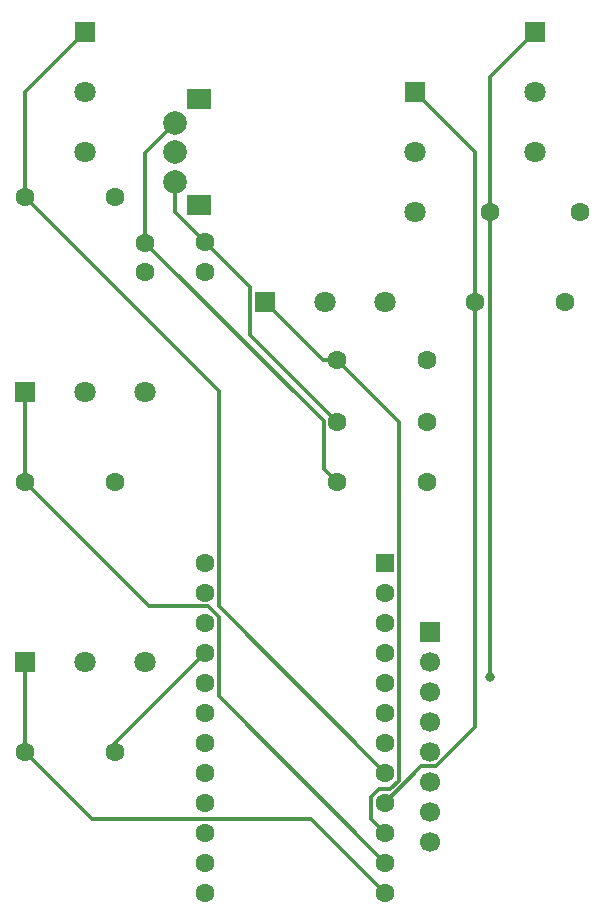
<source format=gbr>
%TF.GenerationSoftware,KiCad,Pcbnew,9.0.1*%
%TF.CreationDate,2026-01-07T21:00:53-05:00*%
%TF.ProjectId,mouse-micro,6d6f7573-652d-46d6-9963-726f2e6b6963,rev?*%
%TF.SameCoordinates,Original*%
%TF.FileFunction,Copper,L1,Top*%
%TF.FilePolarity,Positive*%
%FSLAX46Y46*%
G04 Gerber Fmt 4.6, Leading zero omitted, Abs format (unit mm)*
G04 Created by KiCad (PCBNEW 9.0.1) date 2026-01-07 21:00:53*
%MOMM*%
%LPD*%
G01*
G04 APERTURE LIST*
%TA.AperFunction,ComponentPad*%
%ADD10C,1.600000*%
%TD*%
%TA.AperFunction,ComponentPad*%
%ADD11C,1.700000*%
%TD*%
%TA.AperFunction,ComponentPad*%
%ADD12R,1.700000X1.700000*%
%TD*%
%TA.AperFunction,ComponentPad*%
%ADD13R,1.600000X1.600000*%
%TD*%
%TA.AperFunction,ComponentPad*%
%ADD14R,1.800000X1.800000*%
%TD*%
%TA.AperFunction,ComponentPad*%
%ADD15C,1.800000*%
%TD*%
%TA.AperFunction,ComponentPad*%
%ADD16C,2.006600*%
%TD*%
%TA.AperFunction,SMDPad,CuDef*%
%ADD17R,2.006600X1.803400*%
%TD*%
%TA.AperFunction,ViaPad*%
%ADD18C,0.800000*%
%TD*%
%TA.AperFunction,Conductor*%
%ADD19C,0.300000*%
%TD*%
G04 APERTURE END LIST*
D10*
%TO.P,C2,1*%
%TO.N,GND*%
X127000000Y-71080000D03*
%TO.P,C2,2*%
%TO.N,Net-(U1-F4)*%
X127000000Y-68580000D03*
%TD*%
D11*
%TO.P,Sensor1,8,RST*%
%TO.N,unconnected-(Sensor1-RST-Pad8)*%
X146050000Y-119380000D03*
%TO.P,Sensor1,7,GND*%
%TO.N,GND*%
X146050000Y-116840000D03*
%TO.P,Sensor1,6,MT*%
%TO.N,unconnected-(Sensor1-MT-Pad6)*%
X146050000Y-114300000D03*
%TO.P,Sensor1,5,SS*%
%TO.N,/SS*%
X146050000Y-111760000D03*
%TO.P,Sensor1,4,SCK*%
%TO.N,/SCK*%
X146050000Y-109220000D03*
%TO.P,Sensor1,3,MOSI*%
%TO.N,/MOSI*%
X146050000Y-106680000D03*
%TO.P,Sensor1,2,MISO*%
%TO.N,/MISO*%
X146050000Y-104140000D03*
D12*
%TO.P,Sensor1,1,VIN*%
%TO.N,/5V Power*%
X146050000Y-101600000D03*
%TD*%
D10*
%TO.P,U1,24,RAW*%
%TO.N,unconnected-(U1-RAW-Pad24)*%
X127000000Y-95706087D03*
%TO.P,U1,23,GND*%
%TO.N,GND*%
X127000000Y-98246087D03*
%TO.P,U1,22,RST*%
%TO.N,unconnected-(U1-RST-Pad22)*%
X127000000Y-100786087D03*
%TO.P,U1,21,VCC*%
%TO.N,/5V Power*%
X127000000Y-103326087D03*
%TO.P,U1,20,F4*%
%TO.N,Net-(U1-F4)*%
X127000000Y-105866087D03*
%TO.P,U1,19,F5*%
%TO.N,Net-(U1-F5)*%
X127000000Y-108406087D03*
%TO.P,U1,18,F6*%
%TO.N,unconnected-(U1-F6-Pad18)*%
X127000000Y-110946087D03*
%TO.P,U1,17,F7*%
%TO.N,unconnected-(U1-F7-Pad17)*%
X127000000Y-113486087D03*
%TO.P,U1,16,B1*%
%TO.N,/SCK*%
X127000000Y-116026087D03*
%TO.P,U1,15,B3*%
%TO.N,/MISO*%
X127000000Y-118566087D03*
%TO.P,U1,14,B2*%
%TO.N,/MOSI*%
X127000000Y-121106087D03*
%TO.P,U1,13,B6*%
%TO.N,/SS*%
X127000000Y-123646087D03*
%TO.P,U1,12,B5*%
%TO.N,/IO 6*%
X142240000Y-123646087D03*
%TO.P,U1,11,B4*%
%TO.N,/IO 5*%
X142240000Y-121106087D03*
%TO.P,U1,10,E6*%
%TO.N,/IO 4*%
X142240000Y-118566087D03*
%TO.P,U1,9,D7*%
%TO.N,/IO 3*%
X142240000Y-116026087D03*
%TO.P,U1,8,C6*%
%TO.N,/IO 2*%
X142240000Y-113486087D03*
%TO.P,U1,7,D4*%
%TO.N,/IO 1*%
X142240000Y-110946087D03*
%TO.P,U1,6,SCL*%
%TO.N,unconnected-(U1-SCL-Pad6)*%
X142240000Y-108406087D03*
%TO.P,U1,5,SDA*%
%TO.N,unconnected-(U1-SDA-Pad5)*%
X142240000Y-105866087D03*
%TO.P,U1,4,GND*%
%TO.N,GND*%
X142240000Y-103326087D03*
%TO.P,U1,3,GND*%
X142240000Y-100786087D03*
%TO.P,U1,2,RX*%
%TO.N,unconnected-(U1-RX-Pad2)*%
X142240000Y-98246087D03*
D13*
%TO.P,U1,1,TX*%
%TO.N,unconnected-(U1-TX-Pad1)*%
X142240000Y-95706087D03*
%TD*%
D14*
%TO.P,SW6,1,1*%
%TO.N,/IO 6*%
X111760000Y-104140000D03*
D15*
%TO.P,SW6,2,2*%
%TO.N,GND*%
X116840000Y-104140000D03*
%TO.P,SW6,3*%
%TO.N,N/C*%
X121920000Y-104140000D03*
%TD*%
D14*
%TO.P,SW3,1,1*%
%TO.N,/IO 3*%
X144780000Y-55880000D03*
D15*
%TO.P,SW3,2,2*%
%TO.N,GND*%
X144780000Y-60960000D03*
%TO.P,SW3,3*%
%TO.N,N/C*%
X144780000Y-66040000D03*
%TD*%
D10*
%TO.P,R8,1*%
%TO.N,Net-(U1-F4)*%
X138190000Y-83820000D03*
%TO.P,R8,2*%
%TO.N,/5V Power*%
X145810000Y-83820000D03*
%TD*%
D14*
%TO.P,SW2,1,1*%
%TO.N,/IO 2*%
X116840000Y-50800000D03*
D15*
%TO.P,SW2,2,2*%
%TO.N,GND*%
X116840000Y-55880000D03*
%TO.P,SW2,3*%
%TO.N,N/C*%
X116840000Y-60960000D03*
%TD*%
D10*
%TO.P,R3,1*%
%TO.N,/5V Power*%
X157480000Y-73660000D03*
%TO.P,R3,2*%
%TO.N,/IO 3*%
X149860000Y-73660000D03*
%TD*%
%TO.P,R4,1*%
%TO.N,/5V Power*%
X145800000Y-78600000D03*
%TO.P,R4,2*%
%TO.N,/IO 4*%
X138180000Y-78600000D03*
%TD*%
D14*
%TO.P,SW5,1,1*%
%TO.N,/IO 5*%
X111760000Y-81280000D03*
D15*
%TO.P,SW5,2,2*%
%TO.N,GND*%
X116840000Y-81280000D03*
%TO.P,SW5,3*%
%TO.N,N/C*%
X121920000Y-81280000D03*
%TD*%
D14*
%TO.P,SW4,1,1*%
%TO.N,/IO 4*%
X132080000Y-73660000D03*
D15*
%TO.P,SW4,2,2*%
%TO.N,GND*%
X137160000Y-73660000D03*
%TO.P,SW4,3*%
%TO.N,N/C*%
X142240000Y-73660000D03*
%TD*%
D16*
%TO.P,J1,1,1*%
%TO.N,Net-(U1-F4)*%
X124460000Y-63460000D03*
%TO.P,J1,2,2*%
%TO.N,GND*%
X124460000Y-60960000D03*
%TO.P,J1,3,3*%
%TO.N,Net-(U1-F5)*%
X124460000Y-58460000D03*
D17*
%TO.P,J1,4*%
%TO.N,N/C*%
X126460001Y-65459999D03*
%TO.P,J1,5*%
X126460001Y-56460001D03*
%TD*%
D10*
%TO.P,R6,1*%
%TO.N,/5V Power*%
X119380000Y-111760000D03*
%TO.P,R6,2*%
%TO.N,/IO 6*%
X111760000Y-111760000D03*
%TD*%
D14*
%TO.P,SW1,1,1*%
%TO.N,/IO 1*%
X154940000Y-50800000D03*
D15*
%TO.P,SW1,2,2*%
%TO.N,GND*%
X154940000Y-55880000D03*
%TO.P,SW1,3*%
%TO.N,N/C*%
X154940000Y-60960000D03*
%TD*%
D10*
%TO.P,R5,1*%
%TO.N,/5V Power*%
X119380000Y-88900000D03*
%TO.P,R5,2*%
%TO.N,/IO 5*%
X111760000Y-88900000D03*
%TD*%
%TO.P,R7,1*%
%TO.N,Net-(U1-F5)*%
X138190000Y-88900000D03*
%TO.P,R7,2*%
%TO.N,/5V Power*%
X145810000Y-88900000D03*
%TD*%
%TO.P,R2,1*%
%TO.N,/5V Power*%
X119380000Y-64770000D03*
%TO.P,R2,2*%
%TO.N,/IO 2*%
X111760000Y-64770000D03*
%TD*%
%TO.P,C1,1*%
%TO.N,Net-(U1-F5)*%
X121920000Y-68620000D03*
%TO.P,C1,2*%
%TO.N,GND*%
X121920000Y-71120000D03*
%TD*%
%TO.P,R1,1*%
%TO.N,/5V Power*%
X158750000Y-66040000D03*
%TO.P,R1,2*%
%TO.N,/IO 1*%
X151130000Y-66040000D03*
%TD*%
D18*
%TO.N,/IO 1*%
X151130000Y-105410000D03*
%TD*%
D19*
%TO.N,/5V Power*%
X119380000Y-110946087D02*
X119380000Y-111760000D01*
X127000000Y-103326087D02*
X119380000Y-110946087D01*
%TO.N,/IO 1*%
X151130000Y-105410000D02*
X151130000Y-66040000D01*
%TO.N,/IO 4*%
X143391000Y-83811000D02*
X138180000Y-78600000D01*
X143391000Y-114166567D02*
X143391000Y-83811000D01*
X142682480Y-114875087D02*
X143391000Y-114166567D01*
X141089000Y-115549327D02*
X141763240Y-114875087D01*
X141763240Y-114875087D02*
X142682480Y-114875087D01*
X142240000Y-118566087D02*
X141089000Y-117415087D01*
X141089000Y-117415087D02*
X141089000Y-115549327D01*
%TO.N,/IO 2*%
X128151000Y-81161000D02*
X111760000Y-64770000D01*
X128151000Y-99397087D02*
X128151000Y-81161000D01*
X142240000Y-113486087D02*
X128151000Y-99397087D01*
%TO.N,/IO 5*%
X122257087Y-99397087D02*
X111760000Y-88900000D01*
X127238760Y-99397087D02*
X122257087Y-99397087D01*
X128151000Y-100309327D02*
X127238760Y-99397087D01*
X128151000Y-107017087D02*
X128151000Y-100309327D01*
X142240000Y-121106087D02*
X128151000Y-107017087D01*
%TO.N,/IO 3*%
X149860000Y-109648471D02*
X149860000Y-73660000D01*
X146547471Y-112961000D02*
X149860000Y-109648471D01*
X145305087Y-112961000D02*
X146547471Y-112961000D01*
X142240000Y-116026087D02*
X145305087Y-112961000D01*
%TO.N,/IO 6*%
X117415087Y-117415087D02*
X111760000Y-111760000D01*
X136009000Y-117415087D02*
X117415087Y-117415087D01*
X142240000Y-123646087D02*
X136009000Y-117415087D01*
%TO.N,Net-(U1-F5)*%
X121920000Y-68620000D02*
X121920000Y-61000000D01*
X137039000Y-83739000D02*
X121920000Y-68620000D01*
X137039000Y-87749000D02*
X137039000Y-83739000D01*
X138190000Y-88900000D02*
X137039000Y-87749000D01*
X121920000Y-61000000D02*
X124460000Y-58460000D01*
%TO.N,Net-(U1-F4)*%
X124460000Y-66040000D02*
X124460000Y-63460000D01*
X130829000Y-72409000D02*
X127000000Y-68580000D01*
X130829000Y-76459000D02*
X130829000Y-72409000D01*
X127000000Y-68580000D02*
X124460000Y-66040000D01*
X138190000Y-83820000D02*
X130829000Y-76459000D01*
%TO.N,/IO 1*%
X151130000Y-54610000D02*
X154940000Y-50800000D01*
X151130000Y-66040000D02*
X151130000Y-54610000D01*
%TO.N,/IO 2*%
X111760000Y-64770000D02*
X111760000Y-55880000D01*
X111760000Y-55880000D02*
X116840000Y-50800000D01*
%TO.N,/IO 4*%
X137020000Y-78600000D02*
X132080000Y-73660000D01*
X138180000Y-78600000D02*
X137020000Y-78600000D01*
%TO.N,/IO 5*%
X111760000Y-81280000D02*
X111760000Y-88900000D01*
%TO.N,/IO 6*%
X111760000Y-104140000D02*
X111760000Y-111760000D01*
%TO.N,/IO 3*%
X144780000Y-55880000D02*
X149860000Y-60960000D01*
X149860000Y-60960000D02*
X149860000Y-73660000D01*
%TD*%
M02*

</source>
